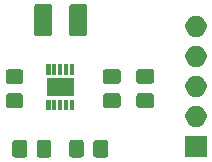
<source format=gbr>
G04 #@! TF.GenerationSoftware,KiCad,Pcbnew,5.1.5+dfsg1-2build2*
G04 #@! TF.CreationDate,2020-09-01T14:50:31-04:00*
G04 #@! TF.ProjectId,TPS63001Supply,54505336-3330-4303-9153-7570706c792e,rev?*
G04 #@! TF.SameCoordinates,Original*
G04 #@! TF.FileFunction,Soldermask,Top*
G04 #@! TF.FilePolarity,Negative*
%FSLAX46Y46*%
G04 Gerber Fmt 4.6, Leading zero omitted, Abs format (unit mm)*
G04 Created by KiCad (PCBNEW 5.1.5+dfsg1-2build2) date 2020-09-01 14:50:31*
%MOMM*%
%LPD*%
G04 APERTURE LIST*
%ADD10C,0.100000*%
G04 APERTURE END LIST*
D10*
G36*
X147542625Y-109455069D02*
G01*
X147590929Y-109469722D01*
X147635447Y-109493517D01*
X147674463Y-109525537D01*
X147706483Y-109564553D01*
X147730278Y-109609071D01*
X147744931Y-109657375D01*
X147750000Y-109708840D01*
X147750000Y-110691160D01*
X147744931Y-110742625D01*
X147730278Y-110790929D01*
X147706483Y-110835447D01*
X147674463Y-110874463D01*
X147635447Y-110906483D01*
X147590929Y-110930278D01*
X147542625Y-110944931D01*
X147491160Y-110950000D01*
X146758840Y-110950000D01*
X146707375Y-110944931D01*
X146659071Y-110930278D01*
X146614553Y-110906483D01*
X146575537Y-110874463D01*
X146543517Y-110835447D01*
X146519722Y-110790929D01*
X146505069Y-110742625D01*
X146500000Y-110691160D01*
X146500000Y-109708840D01*
X146505069Y-109657375D01*
X146519722Y-109609071D01*
X146543517Y-109564553D01*
X146575537Y-109525537D01*
X146614553Y-109493517D01*
X146659071Y-109469722D01*
X146707375Y-109455069D01*
X146758840Y-109450000D01*
X147491160Y-109450000D01*
X147542625Y-109455069D01*
G37*
G36*
X145492625Y-109455069D02*
G01*
X145540929Y-109469722D01*
X145585447Y-109493517D01*
X145624463Y-109525537D01*
X145656483Y-109564553D01*
X145680278Y-109609071D01*
X145694931Y-109657375D01*
X145700000Y-109708840D01*
X145700000Y-110691160D01*
X145694931Y-110742625D01*
X145680278Y-110790929D01*
X145656483Y-110835447D01*
X145624463Y-110874463D01*
X145585447Y-110906483D01*
X145540929Y-110930278D01*
X145492625Y-110944931D01*
X145441160Y-110950000D01*
X144708840Y-110950000D01*
X144657375Y-110944931D01*
X144609071Y-110930278D01*
X144564553Y-110906483D01*
X144525537Y-110874463D01*
X144493517Y-110835447D01*
X144469722Y-110790929D01*
X144455069Y-110742625D01*
X144450000Y-110691160D01*
X144450000Y-109708840D01*
X144455069Y-109657375D01*
X144469722Y-109609071D01*
X144493517Y-109564553D01*
X144525537Y-109525537D01*
X144564553Y-109493517D01*
X144609071Y-109469722D01*
X144657375Y-109455069D01*
X144708840Y-109450000D01*
X145441160Y-109450000D01*
X145492625Y-109455069D01*
G37*
G36*
X152342625Y-109455069D02*
G01*
X152390929Y-109469722D01*
X152435447Y-109493517D01*
X152474463Y-109525537D01*
X152506483Y-109564553D01*
X152530278Y-109609071D01*
X152544931Y-109657375D01*
X152550000Y-109708840D01*
X152550000Y-110691160D01*
X152544931Y-110742625D01*
X152530278Y-110790929D01*
X152506483Y-110835447D01*
X152474463Y-110874463D01*
X152435447Y-110906483D01*
X152390929Y-110930278D01*
X152342625Y-110944931D01*
X152291160Y-110950000D01*
X151558840Y-110950000D01*
X151507375Y-110944931D01*
X151459071Y-110930278D01*
X151414553Y-110906483D01*
X151375537Y-110874463D01*
X151343517Y-110835447D01*
X151319722Y-110790929D01*
X151305069Y-110742625D01*
X151300000Y-110691160D01*
X151300000Y-109708840D01*
X151305069Y-109657375D01*
X151319722Y-109609071D01*
X151343517Y-109564553D01*
X151375537Y-109525537D01*
X151414553Y-109493517D01*
X151459071Y-109469722D01*
X151507375Y-109455069D01*
X151558840Y-109450000D01*
X152291160Y-109450000D01*
X152342625Y-109455069D01*
G37*
G36*
X150292625Y-109455069D02*
G01*
X150340929Y-109469722D01*
X150385447Y-109493517D01*
X150424463Y-109525537D01*
X150456483Y-109564553D01*
X150480278Y-109609071D01*
X150494931Y-109657375D01*
X150500000Y-109708840D01*
X150500000Y-110691160D01*
X150494931Y-110742625D01*
X150480278Y-110790929D01*
X150456483Y-110835447D01*
X150424463Y-110874463D01*
X150385447Y-110906483D01*
X150340929Y-110930278D01*
X150292625Y-110944931D01*
X150241160Y-110950000D01*
X149508840Y-110950000D01*
X149457375Y-110944931D01*
X149409071Y-110930278D01*
X149364553Y-110906483D01*
X149325537Y-110874463D01*
X149293517Y-110835447D01*
X149269722Y-110790929D01*
X149255069Y-110742625D01*
X149250000Y-110691160D01*
X149250000Y-109708840D01*
X149255069Y-109657375D01*
X149269722Y-109609071D01*
X149293517Y-109564553D01*
X149325537Y-109525537D01*
X149364553Y-109493517D01*
X149409071Y-109469722D01*
X149457375Y-109455069D01*
X149508840Y-109450000D01*
X150241160Y-109450000D01*
X150292625Y-109455069D01*
G37*
G36*
X160900000Y-110900000D02*
G01*
X159100000Y-110900000D01*
X159100000Y-109100000D01*
X160900000Y-109100000D01*
X160900000Y-110900000D01*
G37*
G36*
X160262520Y-106594586D02*
G01*
X160426310Y-106662430D01*
X160573717Y-106760924D01*
X160699076Y-106886283D01*
X160797570Y-107033690D01*
X160865414Y-107197480D01*
X160900000Y-107371358D01*
X160900000Y-107548642D01*
X160865414Y-107722520D01*
X160797570Y-107886310D01*
X160699076Y-108033717D01*
X160573717Y-108159076D01*
X160426310Y-108257570D01*
X160262520Y-108325414D01*
X160088642Y-108360000D01*
X159911358Y-108360000D01*
X159737480Y-108325414D01*
X159573690Y-108257570D01*
X159426283Y-108159076D01*
X159300924Y-108033717D01*
X159202430Y-107886310D01*
X159134586Y-107722520D01*
X159100000Y-107548642D01*
X159100000Y-107371358D01*
X159134586Y-107197480D01*
X159202430Y-107033690D01*
X159300924Y-106886283D01*
X159426283Y-106760924D01*
X159573690Y-106662430D01*
X159737480Y-106594586D01*
X159911358Y-106560000D01*
X160088642Y-106560000D01*
X160262520Y-106594586D01*
G37*
G36*
X149676100Y-106953600D02*
G01*
X149326100Y-106953600D01*
X149326100Y-106053600D01*
X149676100Y-106053600D01*
X149676100Y-106953600D01*
G37*
G36*
X149176100Y-106953600D02*
G01*
X148826100Y-106953600D01*
X148826100Y-106053600D01*
X149176100Y-106053600D01*
X149176100Y-106953600D01*
G37*
G36*
X148676100Y-106953600D02*
G01*
X148326100Y-106953600D01*
X148326100Y-106053600D01*
X148676100Y-106053600D01*
X148676100Y-106953600D01*
G37*
G36*
X148176100Y-106953600D02*
G01*
X147826100Y-106953600D01*
X147826100Y-106053600D01*
X148176100Y-106053600D01*
X148176100Y-106953600D01*
G37*
G36*
X147676100Y-106953600D02*
G01*
X147326100Y-106953600D01*
X147326100Y-106053600D01*
X147676100Y-106053600D01*
X147676100Y-106953600D01*
G37*
G36*
X153399825Y-105510269D02*
G01*
X153448129Y-105524922D01*
X153492647Y-105548717D01*
X153531663Y-105580737D01*
X153563683Y-105619753D01*
X153587478Y-105664271D01*
X153602131Y-105712575D01*
X153607200Y-105764040D01*
X153607200Y-106496360D01*
X153602131Y-106547825D01*
X153587478Y-106596129D01*
X153563683Y-106640647D01*
X153531663Y-106679663D01*
X153492647Y-106711683D01*
X153448129Y-106735478D01*
X153399825Y-106750131D01*
X153348360Y-106755200D01*
X152366040Y-106755200D01*
X152314575Y-106750131D01*
X152266271Y-106735478D01*
X152221753Y-106711683D01*
X152182737Y-106679663D01*
X152150717Y-106640647D01*
X152126922Y-106596129D01*
X152112269Y-106547825D01*
X152107200Y-106496360D01*
X152107200Y-105764040D01*
X152112269Y-105712575D01*
X152126922Y-105664271D01*
X152150717Y-105619753D01*
X152182737Y-105580737D01*
X152221753Y-105548717D01*
X152266271Y-105524922D01*
X152314575Y-105510269D01*
X152366040Y-105505200D01*
X153348360Y-105505200D01*
X153399825Y-105510269D01*
G37*
G36*
X145170225Y-105510269D02*
G01*
X145218529Y-105524922D01*
X145263047Y-105548717D01*
X145302063Y-105580737D01*
X145334083Y-105619753D01*
X145357878Y-105664271D01*
X145372531Y-105712575D01*
X145377600Y-105764040D01*
X145377600Y-106496360D01*
X145372531Y-106547825D01*
X145357878Y-106596129D01*
X145334083Y-106640647D01*
X145302063Y-106679663D01*
X145263047Y-106711683D01*
X145218529Y-106735478D01*
X145170225Y-106750131D01*
X145118760Y-106755200D01*
X144136440Y-106755200D01*
X144084975Y-106750131D01*
X144036671Y-106735478D01*
X143992153Y-106711683D01*
X143953137Y-106679663D01*
X143921117Y-106640647D01*
X143897322Y-106596129D01*
X143882669Y-106547825D01*
X143877600Y-106496360D01*
X143877600Y-105764040D01*
X143882669Y-105712575D01*
X143897322Y-105664271D01*
X143921117Y-105619753D01*
X143953137Y-105580737D01*
X143992153Y-105548717D01*
X144036671Y-105524922D01*
X144084975Y-105510269D01*
X144136440Y-105505200D01*
X145118760Y-105505200D01*
X145170225Y-105510269D01*
G37*
G36*
X156242625Y-105505069D02*
G01*
X156290929Y-105519722D01*
X156335447Y-105543517D01*
X156374463Y-105575537D01*
X156406483Y-105614553D01*
X156430278Y-105659071D01*
X156444931Y-105707375D01*
X156450000Y-105758840D01*
X156450000Y-106491160D01*
X156444931Y-106542625D01*
X156430278Y-106590929D01*
X156406483Y-106635447D01*
X156374463Y-106674463D01*
X156335447Y-106706483D01*
X156290929Y-106730278D01*
X156242625Y-106744931D01*
X156191160Y-106750000D01*
X155208840Y-106750000D01*
X155157375Y-106744931D01*
X155109071Y-106730278D01*
X155064553Y-106706483D01*
X155025537Y-106674463D01*
X154993517Y-106635447D01*
X154969722Y-106590929D01*
X154955069Y-106542625D01*
X154950000Y-106491160D01*
X154950000Y-105758840D01*
X154955069Y-105707375D01*
X154969722Y-105659071D01*
X154993517Y-105614553D01*
X155025537Y-105575537D01*
X155064553Y-105543517D01*
X155109071Y-105519722D01*
X155157375Y-105505069D01*
X155208840Y-105500000D01*
X156191160Y-105500000D01*
X156242625Y-105505069D01*
G37*
G36*
X160262520Y-104054586D02*
G01*
X160426310Y-104122430D01*
X160573717Y-104220924D01*
X160699076Y-104346283D01*
X160797570Y-104493690D01*
X160865414Y-104657480D01*
X160900000Y-104831358D01*
X160900000Y-105008642D01*
X160865414Y-105182520D01*
X160797570Y-105346310D01*
X160699076Y-105493717D01*
X160573717Y-105619076D01*
X160426310Y-105717570D01*
X160262520Y-105785414D01*
X160088642Y-105820000D01*
X159911358Y-105820000D01*
X159737480Y-105785414D01*
X159573690Y-105717570D01*
X159426283Y-105619076D01*
X159300924Y-105493717D01*
X159202430Y-105346310D01*
X159134586Y-105182520D01*
X159100000Y-105008642D01*
X159100000Y-104831358D01*
X159134586Y-104657480D01*
X159202430Y-104493690D01*
X159300924Y-104346283D01*
X159426283Y-104220924D01*
X159573690Y-104122430D01*
X159737480Y-104054586D01*
X159911358Y-104020000D01*
X160088642Y-104020000D01*
X160262520Y-104054586D01*
G37*
G36*
X149651100Y-105778600D02*
G01*
X147351100Y-105778600D01*
X147351100Y-104228600D01*
X149651100Y-104228600D01*
X149651100Y-105778600D01*
G37*
G36*
X145170225Y-103460269D02*
G01*
X145218529Y-103474922D01*
X145263047Y-103498717D01*
X145302063Y-103530737D01*
X145334083Y-103569753D01*
X145357878Y-103614271D01*
X145372531Y-103662575D01*
X145377600Y-103714040D01*
X145377600Y-104446360D01*
X145372531Y-104497825D01*
X145357878Y-104546129D01*
X145334083Y-104590647D01*
X145302063Y-104629663D01*
X145263047Y-104661683D01*
X145218529Y-104685478D01*
X145170225Y-104700131D01*
X145118760Y-104705200D01*
X144136440Y-104705200D01*
X144084975Y-104700131D01*
X144036671Y-104685478D01*
X143992153Y-104661683D01*
X143953137Y-104629663D01*
X143921117Y-104590647D01*
X143897322Y-104546129D01*
X143882669Y-104497825D01*
X143877600Y-104446360D01*
X143877600Y-103714040D01*
X143882669Y-103662575D01*
X143897322Y-103614271D01*
X143921117Y-103569753D01*
X143953137Y-103530737D01*
X143992153Y-103498717D01*
X144036671Y-103474922D01*
X144084975Y-103460269D01*
X144136440Y-103455200D01*
X145118760Y-103455200D01*
X145170225Y-103460269D01*
G37*
G36*
X153399825Y-103460269D02*
G01*
X153448129Y-103474922D01*
X153492647Y-103498717D01*
X153531663Y-103530737D01*
X153563683Y-103569753D01*
X153587478Y-103614271D01*
X153602131Y-103662575D01*
X153607200Y-103714040D01*
X153607200Y-104446360D01*
X153602131Y-104497825D01*
X153587478Y-104546129D01*
X153563683Y-104590647D01*
X153531663Y-104629663D01*
X153492647Y-104661683D01*
X153448129Y-104685478D01*
X153399825Y-104700131D01*
X153348360Y-104705200D01*
X152366040Y-104705200D01*
X152314575Y-104700131D01*
X152266271Y-104685478D01*
X152221753Y-104661683D01*
X152182737Y-104629663D01*
X152150717Y-104590647D01*
X152126922Y-104546129D01*
X152112269Y-104497825D01*
X152107200Y-104446360D01*
X152107200Y-103714040D01*
X152112269Y-103662575D01*
X152126922Y-103614271D01*
X152150717Y-103569753D01*
X152182737Y-103530737D01*
X152221753Y-103498717D01*
X152266271Y-103474922D01*
X152314575Y-103460269D01*
X152366040Y-103455200D01*
X153348360Y-103455200D01*
X153399825Y-103460269D01*
G37*
G36*
X156242625Y-103455069D02*
G01*
X156290929Y-103469722D01*
X156335447Y-103493517D01*
X156374463Y-103525537D01*
X156406483Y-103564553D01*
X156430278Y-103609071D01*
X156444931Y-103657375D01*
X156450000Y-103708840D01*
X156450000Y-104441160D01*
X156444931Y-104492625D01*
X156430278Y-104540929D01*
X156406483Y-104585447D01*
X156374463Y-104624463D01*
X156335447Y-104656483D01*
X156290929Y-104680278D01*
X156242625Y-104694931D01*
X156191160Y-104700000D01*
X155208840Y-104700000D01*
X155157375Y-104694931D01*
X155109071Y-104680278D01*
X155064553Y-104656483D01*
X155025537Y-104624463D01*
X154993517Y-104585447D01*
X154969722Y-104540929D01*
X154955069Y-104492625D01*
X154950000Y-104441160D01*
X154950000Y-103708840D01*
X154955069Y-103657375D01*
X154969722Y-103609071D01*
X154993517Y-103564553D01*
X155025537Y-103525537D01*
X155064553Y-103493517D01*
X155109071Y-103469722D01*
X155157375Y-103455069D01*
X155208840Y-103450000D01*
X156191160Y-103450000D01*
X156242625Y-103455069D01*
G37*
G36*
X149176100Y-103953600D02*
G01*
X148826100Y-103953600D01*
X148826100Y-103053600D01*
X149176100Y-103053600D01*
X149176100Y-103953600D01*
G37*
G36*
X149676100Y-103953600D02*
G01*
X149326100Y-103953600D01*
X149326100Y-103053600D01*
X149676100Y-103053600D01*
X149676100Y-103953600D01*
G37*
G36*
X148676100Y-103953600D02*
G01*
X148326100Y-103953600D01*
X148326100Y-103053600D01*
X148676100Y-103053600D01*
X148676100Y-103953600D01*
G37*
G36*
X148176100Y-103953600D02*
G01*
X147826100Y-103953600D01*
X147826100Y-103053600D01*
X148176100Y-103053600D01*
X148176100Y-103953600D01*
G37*
G36*
X147676100Y-103953600D02*
G01*
X147326100Y-103953600D01*
X147326100Y-103053600D01*
X147676100Y-103053600D01*
X147676100Y-103953600D01*
G37*
G36*
X160262520Y-101514586D02*
G01*
X160426310Y-101582430D01*
X160573717Y-101680924D01*
X160699076Y-101806283D01*
X160797570Y-101953690D01*
X160865414Y-102117480D01*
X160900000Y-102291358D01*
X160900000Y-102468642D01*
X160865414Y-102642520D01*
X160797570Y-102806310D01*
X160699076Y-102953717D01*
X160573717Y-103079076D01*
X160426310Y-103177570D01*
X160262520Y-103245414D01*
X160088642Y-103280000D01*
X159911358Y-103280000D01*
X159737480Y-103245414D01*
X159573690Y-103177570D01*
X159426283Y-103079076D01*
X159300924Y-102953717D01*
X159202430Y-102806310D01*
X159134586Y-102642520D01*
X159100000Y-102468642D01*
X159100000Y-102291358D01*
X159134586Y-102117480D01*
X159202430Y-101953690D01*
X159300924Y-101806283D01*
X159426283Y-101680924D01*
X159573690Y-101582430D01*
X159737480Y-101514586D01*
X159911358Y-101480000D01*
X160088642Y-101480000D01*
X160262520Y-101514586D01*
G37*
G36*
X160262520Y-98974586D02*
G01*
X160426310Y-99042430D01*
X160573717Y-99140924D01*
X160699076Y-99266283D01*
X160797570Y-99413690D01*
X160865414Y-99577480D01*
X160900000Y-99751358D01*
X160900000Y-99928642D01*
X160865414Y-100102520D01*
X160797570Y-100266310D01*
X160699076Y-100413717D01*
X160573717Y-100539076D01*
X160426310Y-100637570D01*
X160262520Y-100705414D01*
X160088642Y-100740000D01*
X159911358Y-100740000D01*
X159737480Y-100705414D01*
X159573690Y-100637570D01*
X159426283Y-100539076D01*
X159300924Y-100413717D01*
X159202430Y-100266310D01*
X159134586Y-100102520D01*
X159100000Y-99928642D01*
X159100000Y-99751358D01*
X159134586Y-99577480D01*
X159202430Y-99413690D01*
X159300924Y-99266283D01*
X159426283Y-99140924D01*
X159573690Y-99042430D01*
X159737480Y-98974586D01*
X159911358Y-98940000D01*
X160088642Y-98940000D01*
X160262520Y-98974586D01*
G37*
G36*
X150586889Y-97943948D02*
G01*
X150634013Y-97958243D01*
X150677439Y-97981455D01*
X150715505Y-98012695D01*
X150746745Y-98050761D01*
X150769957Y-98094187D01*
X150784252Y-98141311D01*
X150789200Y-98191549D01*
X150789200Y-100436451D01*
X150784252Y-100486689D01*
X150769957Y-100533813D01*
X150746745Y-100577239D01*
X150715505Y-100615305D01*
X150677439Y-100646545D01*
X150634013Y-100669757D01*
X150586889Y-100684052D01*
X150536651Y-100689000D01*
X149516749Y-100689000D01*
X149466511Y-100684052D01*
X149419387Y-100669757D01*
X149375961Y-100646545D01*
X149337895Y-100615305D01*
X149306655Y-100577239D01*
X149283443Y-100533813D01*
X149269148Y-100486689D01*
X149264200Y-100436451D01*
X149264200Y-98191549D01*
X149269148Y-98141311D01*
X149283443Y-98094187D01*
X149306655Y-98050761D01*
X149337895Y-98012695D01*
X149375961Y-97981455D01*
X149419387Y-97958243D01*
X149466511Y-97943948D01*
X149516749Y-97939000D01*
X150536651Y-97939000D01*
X150586889Y-97943948D01*
G37*
G36*
X147611889Y-97943948D02*
G01*
X147659013Y-97958243D01*
X147702439Y-97981455D01*
X147740505Y-98012695D01*
X147771745Y-98050761D01*
X147794957Y-98094187D01*
X147809252Y-98141311D01*
X147814200Y-98191549D01*
X147814200Y-100436451D01*
X147809252Y-100486689D01*
X147794957Y-100533813D01*
X147771745Y-100577239D01*
X147740505Y-100615305D01*
X147702439Y-100646545D01*
X147659013Y-100669757D01*
X147611889Y-100684052D01*
X147561651Y-100689000D01*
X146541749Y-100689000D01*
X146491511Y-100684052D01*
X146444387Y-100669757D01*
X146400961Y-100646545D01*
X146362895Y-100615305D01*
X146331655Y-100577239D01*
X146308443Y-100533813D01*
X146294148Y-100486689D01*
X146289200Y-100436451D01*
X146289200Y-98191549D01*
X146294148Y-98141311D01*
X146308443Y-98094187D01*
X146331655Y-98050761D01*
X146362895Y-98012695D01*
X146400961Y-97981455D01*
X146444387Y-97958243D01*
X146491511Y-97943948D01*
X146541749Y-97939000D01*
X147561651Y-97939000D01*
X147611889Y-97943948D01*
G37*
M02*

</source>
